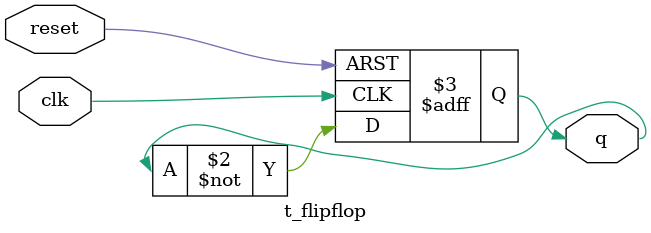
<source format=v>
module Bit_RC (
    input wire clk,
    input wire reset,
    output wire [3:0] q
);

wire [3:0] t;

assign t[0] = clk;
assign t[1] = q[0];
assign t[2] = q[1];
assign t[3] = q[2];

t_flipflop t0 (.clk(t[0]), .reset(reset), .q(q[0]));
t_flipflop t1 (.clk(t[1]), .reset(reset), .q(q[1]));
t_flipflop t2 (.clk(t[2]), .reset(reset), .q(q[2]));
t_flipflop t3 (.clk(t[3]), .reset(reset), .q(q[3]));

endmodule

// T Flip-Flop Module
module t_flipflop (
    input wire clk,
    input wire reset,
    output reg q
);

always @(negedge clk or posedge reset) begin
    if (reset)
        q <= 0;
    else
        q <= ~q;
end

endmodule
</source>
